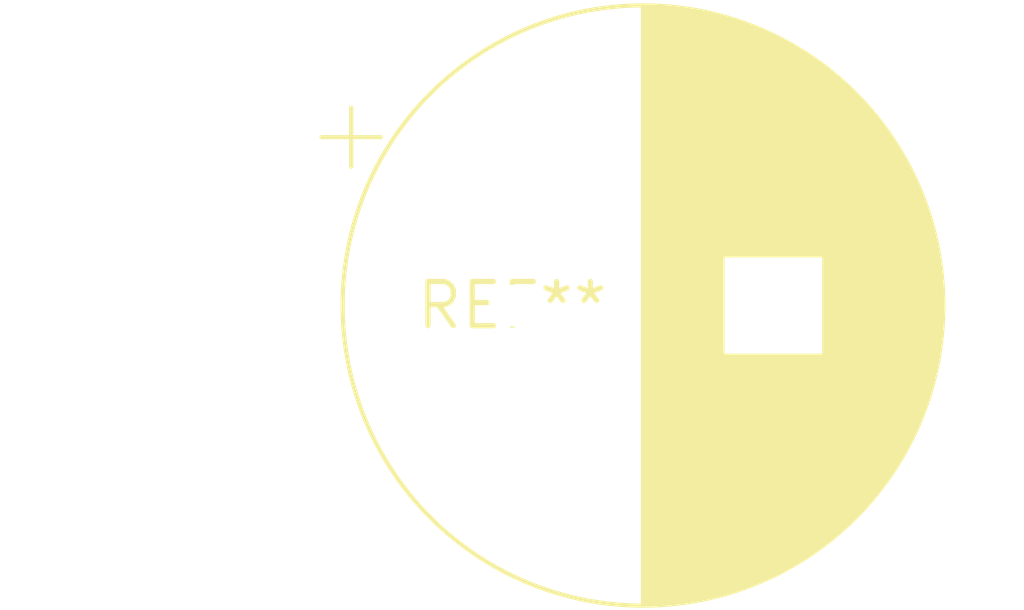
<source format=kicad_pcb>
(kicad_pcb (version 20240108) (generator pcbnew)
  (layers (0 "F.Cu" signal) (31 "B.Cu" signal) (34 "B.Paste" user) (35 "F.Paste" user) (36 "B.SilkS" user "B.Silkscreen") (37 "F.SilkS" user "F.Silkscreen") (38 "B.Mask" user) (39 "F.Mask" user) (44 "Edge.Cuts" user))
  (net 0 "")
  (footprint "CP_Radial_D17.0mm_P7.50mm" (layer "F.Cu") (at 0 0)
    (property "Reference" "REF**")
    (property "Value" "CP_Radial_D17.0mm_P7.50mm")
    (fp_line (start -5.474466 -4.835) (end -3.774466 -4.835) (layer "F.SilkS") (stroke (width 0.12)))
    (fp_line (start -4.624466 -5.685) (end -4.624466 -3.985) (layer "F.SilkS") (stroke (width 0.12)))
    (fp_line (start 3.75 -8.581) (end 3.75 8.581) (layer "F.SilkS") (stroke (width 0.12)))
    (fp_line (start 3.79 -8.58) (end 3.79 8.58) (layer "F.SilkS") (stroke (width 0.12)))
    (fp_line (start 3.83 -8.58) (end 3.83 8.58) (layer "F.SilkS") (stroke (width 0.12)))
    (fp_line (start 3.87 -8.58) (end 3.87 8.58) (layer "F.SilkS") (stroke (width 0.12)))
    (fp_line (start 3.91 -8.579) (end 3.91 8.579) (layer "F.SilkS") (stroke (width 0.12)))
    (fp_line (start 3.95 -8.578) (end 3.95 8.578) (layer "F.SilkS") (stroke (width 0.12)))
    (fp_line (start 3.99 -8.577) (end 3.99 8.577) (layer "F.SilkS") (stroke (width 0.12)))
    (fp_line (start 4.03 -8.576) (end 4.03 8.576) (layer "F.SilkS") (stroke (width 0.12)))
    (fp_line (start 4.07 -8.575) (end 4.07 8.575) (layer "F.SilkS") (stroke (width 0.12)))
    (fp_line (start 4.11 -8.573) (end 4.11 8.573) (layer "F.SilkS") (stroke (width 0.12)))
    (fp_line (start 4.15 -8.571) (end 4.15 8.571) (layer "F.SilkS") (stroke (width 0.12)))
    (fp_line (start 4.19 -8.569) (end 4.19 8.569) (layer "F.SilkS") (stroke (width 0.12)))
    (fp_line (start 4.23 -8.567) (end 4.23 8.567) (layer "F.SilkS") (stroke (width 0.12)))
    (fp_line (start 4.27 -8.565) (end 4.27 8.565) (layer "F.SilkS") (stroke (width 0.12)))
    (fp_line (start 4.31 -8.562) (end 4.31 8.562) (layer "F.SilkS") (stroke (width 0.12)))
    (fp_line (start 4.35 -8.56) (end 4.35 8.56) (layer "F.SilkS") (stroke (width 0.12)))
    (fp_line (start 4.39 -8.557) (end 4.39 8.557) (layer "F.SilkS") (stroke (width 0.12)))
    (fp_line (start 4.43 -8.554) (end 4.43 8.554) (layer "F.SilkS") (stroke (width 0.12)))
    (fp_line (start 4.471 -8.55) (end 4.471 8.55) (layer "F.SilkS") (stroke (width 0.12)))
    (fp_line (start 4.511 -8.547) (end 4.511 8.547) (layer "F.SilkS") (stroke (width 0.12)))
    (fp_line (start 4.551 -8.543) (end 4.551 8.543) (layer "F.SilkS") (stroke (width 0.12)))
    (fp_line (start 4.591 -8.539) (end 4.591 8.539) (layer "F.SilkS") (stroke (width 0.12)))
    (fp_line (start 4.631 -8.535) (end 4.631 8.535) (layer "F.SilkS") (stroke (width 0.12)))
    (fp_line (start 4.671 -8.531) (end 4.671 8.531) (layer "F.SilkS") (stroke (width 0.12)))
    (fp_line (start 4.711 -8.527) (end 4.711 8.527) (layer "F.SilkS") (stroke (width 0.12)))
    (fp_line (start 4.751 -8.522) (end 4.751 8.522) (layer "F.SilkS") (stroke (width 0.12)))
    (fp_line (start 4.791 -8.518) (end 4.791 8.518) (layer "F.SilkS") (stroke (width 0.12)))
    (fp_line (start 4.831 -8.513) (end 4.831 8.513) (layer "F.SilkS") (stroke (width 0.12)))
    (fp_line (start 4.871 -8.507) (end 4.871 8.507) (layer "F.SilkS") (stroke (width 0.12)))
    (fp_line (start 4.911 -8.502) (end 4.911 8.502) (layer "F.SilkS") (stroke (width 0.12)))
    (fp_line (start 4.951 -8.497) (end 4.951 8.497) (layer "F.SilkS") (stroke (width 0.12)))
    (fp_line (start 4.991 -8.491) (end 4.991 8.491) (layer "F.SilkS") (stroke (width 0.12)))
    (fp_line (start 5.031 -8.485) (end 5.031 8.485) (layer "F.SilkS") (stroke (width 0.12)))
    (fp_line (start 5.071 -8.479) (end 5.071 8.479) (layer "F.SilkS") (stroke (width 0.12)))
    (fp_line (start 5.111 -8.473) (end 5.111 8.473) (layer "F.SilkS") (stroke (width 0.12)))
    (fp_line (start 5.151 -8.466) (end 5.151 8.466) (layer "F.SilkS") (stroke (width 0.12)))
    (fp_line (start 5.191 -8.459) (end 5.191 8.459) (layer "F.SilkS") (stroke (width 0.12)))
    (fp_line (start 5.231 -8.452) (end 5.231 8.452) (layer "F.SilkS") (stroke (width 0.12)))
    (fp_line (start 5.271 -8.445) (end 5.271 8.445) (layer "F.SilkS") (stroke (width 0.12)))
    (fp_line (start 5.311 -8.438) (end 5.311 8.438) (layer "F.SilkS") (stroke (width 0.12)))
    (fp_line (start 5.351 -8.431) (end 5.351 8.431) (layer "F.SilkS") (stroke (width 0.12)))
    (fp_line (start 5.391 -8.423) (end 5.391 8.423) (layer "F.SilkS") (stroke (width 0.12)))
    (fp_line (start 5.431 -8.415) (end 5.431 8.415) (layer "F.SilkS") (stroke (width 0.12)))
    (fp_line (start 5.471 -8.407) (end 5.471 8.407) (layer "F.SilkS") (stroke (width 0.12)))
    (fp_line (start 5.511 -8.399) (end 5.511 8.399) (layer "F.SilkS") (stroke (width 0.12)))
    (fp_line (start 5.551 -8.39) (end 5.551 8.39) (layer "F.SilkS") (stroke (width 0.12)))
    (fp_line (start 5.591 -8.382) (end 5.591 8.382) (layer "F.SilkS") (stroke (width 0.12)))
    (fp_line (start 5.631 -8.373) (end 5.631 8.373) (layer "F.SilkS") (stroke (width 0.12)))
    (fp_line (start 5.671 -8.364) (end 5.671 8.364) (layer "F.SilkS") (stroke (width 0.12)))
    (fp_line (start 5.711 -8.355) (end 5.711 8.355) (layer "F.SilkS") (stroke (width 0.12)))
    (fp_line (start 5.751 -8.345) (end 5.751 8.345) (layer "F.SilkS") (stroke (width 0.12)))
    (fp_line (start 5.791 -8.336) (end 5.791 8.336) (layer "F.SilkS") (stroke (width 0.12)))
    (fp_line (start 5.831 -8.326) (end 5.831 8.326) (layer "F.SilkS") (stroke (width 0.12)))
    (fp_line (start 5.871 -8.316) (end 5.871 8.316) (layer "F.SilkS") (stroke (width 0.12)))
    (fp_line (start 5.911 -8.305) (end 5.911 8.305) (layer "F.SilkS") (stroke (width 0.12)))
    (fp_line (start 5.951 -8.295) (end 5.951 8.295) (layer "F.SilkS") (stroke (width 0.12)))
    (fp_line (start 5.991 -8.284) (end 5.991 8.284) (layer "F.SilkS") (stroke (width 0.12)))
    (fp_line (start 6.031 -8.274) (end 6.031 8.274) (layer "F.SilkS") (stroke (width 0.12)))
    (fp_line (start 6.071 -8.262) (end 6.071 -1.44) (layer "F.SilkS") (stroke (width 0.12)))
    (fp_line (start 6.071 1.44) (end 6.071 8.262) (layer "F.SilkS") (stroke (width 0.12)))
    (fp_line (start 6.111 -8.251) (end 6.111 -1.44) (layer "F.SilkS") (stroke (width 0.12)))
    (fp_line (start 6.111 1.44) (end 6.111 8.251) (layer "F.SilkS") (stroke (width 0.12)))
    (fp_line (start 6.151 -8.24) (end 6.151 -1.44) (layer "F.SilkS") (stroke (width 0.12)))
    (fp_line (start 6.151 1.44) (end 6.151 8.24) (layer "F.SilkS") (stroke (width 0.12)))
    (fp_line (start 6.191 -8.228) (end 6.191 -1.44) (layer "F.SilkS") (stroke (width 0.12)))
    (fp_line (start 6.191 1.44) (end 6.191 8.228) (layer "F.SilkS") (stroke (width 0.12)))
    (fp_line (start 6.231 -8.216) (end 6.231 -1.44) (layer "F.SilkS") (stroke (width 0.12)))
    (fp_line (start 6.231 1.44) (end 6.231 8.216) (layer "F.SilkS") (stroke (width 0.12)))
    (fp_line (start 6.271 -8.204) (end 6.271 -1.44) (layer "F.SilkS") (stroke (width 0.12)))
    (fp_line (start 6.271 1.44) (end 6.271 8.204) (layer "F.SilkS") (stroke (width 0.12)))
    (fp_line (start 6.311 -8.192) (end 6.311 -1.44) (layer "F.SilkS") (stroke (width 0.12)))
    (fp_line (start 6.311 1.44) (end 6.311 8.192) (layer "F.SilkS") (stroke (width 0.12)))
    (fp_line (start 6.351 -8.179) (end 6.351 -1.44) (layer "F.SilkS") (stroke (width 0.12)))
    (fp_line (start 6.351 1.44) (end 6.351 8.179) (layer "F.SilkS") (stroke (width 0.12)))
    (fp_line (start 6.391 -8.166) (end 6.391 -1.44) (layer "F.SilkS") (stroke (width 0.12)))
    (fp_line (start 6.391 1.44) (end 6.391 8.166) (layer "F.SilkS") (stroke (width 0.12)))
    (fp_line (start 6.431 -8.153) (end 6.431 -1.44) (layer "F.SilkS") (stroke (width 0.12)))
    (fp_line (start 6.431 1.44) (end 6.431 8.153) (layer "F.SilkS") (stroke (width 0.12)))
    (fp_line (start 6.471 -8.14) (end 6.471 -1.44) (layer "F.SilkS") (stroke (width 0.12)))
    (fp_line (start 6.471 1.44) (end 6.471 8.14) (layer "F.SilkS") (stroke (width 0.12)))
    (fp_line (start 6.511 -8.127) (end 6.511 -1.44) (layer "F.SilkS") (stroke (width 0.12)))
    (fp_line (start 6.511 1.44) (end 6.511 8.127) (layer "F.SilkS") (stroke (width 0.12)))
    (fp_line (start 6.551 -8.113) (end 6.551 -1.44) (layer "F.SilkS") (stroke (width 0.12)))
    (fp_line (start 6.551 1.44) (end 6.551 8.113) (layer "F.SilkS") (stroke (width 0.12)))
    (fp_line (start 6.591 -8.099) (end 6.591 -1.44) (layer "F.SilkS") (stroke (width 0.12)))
    (fp_line (start 6.591 1.44) (end 6.591 8.099) (layer "F.SilkS") (stroke (width 0.12)))
    (fp_line (start 6.631 -8.085) (end 6.631 -1.44) (layer "F.SilkS") (stroke (width 0.12)))
    (fp_line (start 6.631 1.44) (end 6.631 8.085) (layer "F.SilkS") (stroke (width 0.12)))
    (fp_line (start 6.671 -8.071) (end 6.671 -1.44) (layer "F.SilkS") (stroke (width 0.12)))
    (fp_line (start 6.671 1.44) (end 6.671 8.071) (layer "F.SilkS") (stroke (width 0.12)))
    (fp_line (start 6.711 -8.056) (end 6.711 -1.44) (layer "F.SilkS") (stroke (width 0.12)))
    (fp_line (start 6.711 1.44) (end 6.711 8.056) (layer "F.SilkS") (stroke (width 0.12)))
    (fp_line (start 6.751 -8.042) (end 6.751 -1.44) (layer "F.SilkS") (stroke (width 0.12)))
    (fp_line (start 6.751 1.44) (end 6.751 8.042) (layer "F.SilkS") (stroke (width 0.12)))
    (fp_line (start 6.791 -8.027) (end 6.791 -1.44) (layer "F.SilkS") (stroke (width 0.12)))
    (fp_line (start 6.791 1.44) (end 6.791 8.027) (layer "F.SilkS") (stroke (width 0.12)))
    (fp_line (start 6.831 -8.011) (end 6.831 -1.44) (layer "F.SilkS") (stroke (width 0.12)))
    (fp_line (start 6.831 1.44) (end 6.831 8.011) (layer "F.SilkS") (stroke (width 0.12)))
    (fp_line (start 6.871 -7.996) (end 6.871 -1.44) (layer "F.SilkS") (stroke (width 0.12)))
    (fp_line (start 6.871 1.44) (end 6.871 7.996) (layer "F.SilkS") (stroke (width 0.12)))
    (fp_line (start 6.911 -7.98) (end 6.911 -1.44) (layer "F.SilkS") (stroke (width 0.12)))
    (fp_line (start 6.911 1.44) (end 6.911 7.98) (layer "F.SilkS") (stroke (width 0.12)))
    (fp_line (start 6.951 -7.965) (end 6.951 -1.44) (layer "F.SilkS") (stroke (width 0.12)))
    (fp_line (start 6.951 1.44) (end 6.951 7.965) (layer "F.SilkS") (stroke (width 0.12)))
    (fp_line (start 6.991 -7.948) (end 6.991 -1.44) (layer "F.SilkS") (stroke (width 0.12)))
    (fp_line (start 6.991 1.44) (end 6.991 7.948) (layer "F.SilkS") (stroke (width 0.12)))
    (fp_line (start 7.031 -7.932) (end 7.031 -1.44) (layer "F.SilkS") (stroke (width 0.12)))
    (fp_line (start 7.031 1.44) (end 7.031 7.932) (layer "F.SilkS") (stroke (width 0.12)))
    (fp_line (start 7.071 -7.915) (end 7.071 -1.44) (layer "F.SilkS") (stroke (width 0.12)))
    (fp_line (start 7.071 1.44) (end 7.071 7.915) (layer "F.SilkS") (stroke (width 0.12)))
    (fp_line (start 7.111 -7.899) (end 7.111 -1.44) (layer "F.SilkS") (stroke (width 0.12)))
    (fp_line (start 7.111 1.44) (end 7.111 7.899) (layer "F.SilkS") (stroke (width 0.12)))
    (fp_line (start 7.151 -7.882) (end 7.151 -1.44) (layer "F.SilkS") (stroke (width 0.12)))
    (fp_line (start 7.151 1.44) (end 7.151 7.882) (layer "F.SilkS") (stroke (width 0.12)))
    (fp_line (start 7.191 -7.864) (end 7.191 -1.44) (layer "F.SilkS") (stroke (width 0.12)))
    (fp_line (start 7.191 1.44) (end 7.191 7.864) (layer "F.SilkS") (stroke (width 0.12)))
    (fp_line (start 7.231 -7.847) (end 7.231 -1.44) (layer "F.SilkS") (stroke (width 0.12)))
    (fp_line (start 7.231 1.44) (end 7.231 7.847) (layer "F.SilkS") (stroke (width 0.12)))
    (fp_line (start 7.271 -7.829) (end 7.271 -1.44) (layer "F.SilkS") (stroke (width 0.12)))
    (fp_line (start 7.271 1.44) (end 7.271 7.829) (layer "F.SilkS") (stroke (width 0.12)))
    (fp_line (start 7.311 -7.811) (end 7.311 -1.44) (layer "F.SilkS") (stroke (width 0.12)))
    (fp_line (start 7.311 1.44) (end 7.311 7.811) (layer "F.SilkS") (stroke (width 0.12)))
    (fp_line (start 7.351 -7.793) (end 7.351 -1.44) (layer "F.SilkS") (stroke (width 0.12)))
    (fp_line (start 7.351 1.44) (end 7.351 7.793) (layer "F.SilkS") (stroke (width 0.12)))
    (fp_line (start 7.391 -7.774) (end 7.391 -1.44) (layer "F.SilkS") (stroke (width 0.12)))
    (fp_line (start 7.391 1.44) (end 7.391 7.774) (layer "F.SilkS") (stroke (width 0.12)))
    (fp_line (start 7.431 -7.755) (end 7.431 -1.44) (layer "F.SilkS") (stroke (width 0.12)))
    (fp_line (start 7.431 1.44) (end 7.431 7.755) (layer "F.SilkS") (stroke (width 0.12)))
    (fp_line (start 7.471 -7.736) (end 7.471 -1.44) (layer "F.SilkS") (stroke (width 0.12)))
    (fp_line (start 7.471 1.44) (end 7.471 7.736) (layer "F.SilkS") (stroke (width 0.12)))
    (fp_line (start 7.511 -7.717) (end 7.511 -1.44) (layer "F.SilkS") (stroke (width 0.12)))
    (fp_line (start 7.511 1.44) (end 7.511 7.717) (layer "F.SilkS") (stroke (width 0.12)))
    (fp_line (start 7.551 -7.698) (end 7.551 -1.44) (layer "F.SilkS") (stroke (width 0.12)))
    (fp_line (start 7.551 1.44) (end 7.551 7.698) (layer "F.SilkS") (stroke (width 0.12)))
    (fp_line (start 7.591 -7.678) (end 7.591 -1.44) (layer "F.SilkS") (stroke (width 0.12)))
    (fp_line (start 7.591 1.44) (end 7.591 7.678) (layer "F.SilkS") (stroke (width 0.12)))
    (fp_line (start 7.631 -7.658) (end 7.631 -1.44) (layer "F.SilkS") (stroke (width 0.12)))
    (fp_line (start 7.631 1.44) (end 7.631 7.658) (layer "F.SilkS") (stroke (width 0.12)))
    (fp_line (start 7.671 -7.638) (end 7.671 -1.44) (layer "F.SilkS") (stroke (width 0.12)))
    (fp_line (start 7.671 1.44) (end 7.671 7.638) (layer "F.SilkS") (stroke (width 0.12)))
    (fp_line (start 7.711 -7.617) (end 7.711 -1.44) (layer "F.SilkS") (stroke (width 0.12)))
    (fp_line (start 7.711 1.44) (end 7.711 7.617) (layer "F.SilkS") (stroke (width 0.12)))
    (fp_line (start 7.751 -7.596) (end 7.751 -1.44) (layer "F.SilkS") (stroke (width 0.12)))
    (fp_line (start 7.751 1.44) (end 7.751 7.596) (layer "F.SilkS") (stroke (width 0.12)))
    (fp_line (start 7.791 -7.575) (end 7.791 -1.44) (layer "F.SilkS") (stroke (width 0.12)))
    (fp_line (start 7.791 1.44) (end 7.791 7.575) (layer "F.SilkS") (stroke (width 0.12)))
    (fp_line (start 7.831 -7.554) (end 7.831 -1.44) (layer "F.SilkS") (stroke (width 0.12)))
    (fp_line (start 7.831 1.44) (end 7.831 7.554) (layer "F.SilkS") (stroke (width 0.12)))
    (fp_line (start 7.871 -7.532) (end 7.871 -1.44) (layer "F.SilkS") (stroke (width 0.12)))
    (fp_line (start 7.871 1.44) (end 7.871 7.532) (layer "F.SilkS") (stroke (width 0.12)))
    (fp_line (start 7.911 -7.51) (end 7.911 -1.44) (layer "F.SilkS") (stroke (width 0.12)))
    (fp_line (start 7.911 1.44) (end 7.911 7.51) (layer "F.SilkS") (stroke (width 0.12)))
    (fp_line (start 7.951 -7.488) (end 7.951 -1.44) (layer "F.SilkS") (stroke (width 0.12)))
    (fp_line (start 7.951 1.44) (end 7.951 7.488) (layer "F.SilkS") (stroke (width 0.12)))
    (fp_line (start 7.991 -7.466) (end 7.991 -1.44) (layer "F.SilkS") (stroke (width 0.12)))
    (fp_line (start 7.991 1.44) (end 7.991 7.466) (layer "F.SilkS") (stroke (width 0.12)))
    (fp_line (start 8.031 -7.443) (end 8.031 -1.44) (layer "F.SilkS") (stroke (width 0.12)))
    (fp_line (start 8.031 1.44) (end 8.031 7.443) (layer "F.SilkS") (stroke (width 0.12)))
    (fp_line (start 8.071 -7.42) (end 8.071 -1.44) (layer "F.SilkS") (stroke (width 0.12)))
    (fp_line (start 8.071 1.44) (end 8.071 7.42) (layer "F.SilkS") (stroke (width 0.12)))
    (fp_line (start 8.111 -7.397) (end 8.111 -1.44) (layer "F.SilkS") (stroke (width 0.12)))
    (fp_line (start 8.111 1.44) (end 8.111 7.397) (layer "F.SilkS") (stroke (width 0.12)))
    (fp_line (start 8.151 -7.373) (end 8.151 -1.44) (layer "F.SilkS") (stroke (width 0.12)))
    (fp_line (start 8.151 1.44) (end 8.151 7.373) (layer "F.SilkS") (stroke (width 0.12)))
    (fp_line (start 8.191 -7.349) (end 8.191 -1.44) (layer "F.SilkS") (stroke (width 0.12)))
    (fp_line (start 8.191 1.44) (end 8.191 7.349) (layer "F.SilkS") (stroke (width 0.12)))
    (fp_line (start 8.231 -7.325) (end 8.231 -1.44) (layer "F.SilkS") (stroke (width 0.12)))
    (fp_line (start 8.231 1.44) (end 8.231 7.325) (layer "F.SilkS") (stroke (width 0.12)))
    (fp_line (start 8.271 -7.3) (end 8.271 -1.44) (layer "F.SilkS") (stroke (width 0.12)))
    (fp_line (start 8.271 1.44) (end 8.271 7.3) (layer "F.SilkS") (stroke (width 0.12)))
    (fp_line (start 8.311 -7.276) (end 8.311 -1.44) (layer "F.SilkS") (stroke (width 0.12)))
    (fp_line (start 8.311 1.44) (end 8.311 7.276) (layer "F.SilkS") (stroke (width 0.12)))
    (fp_line (start 8.351 -7.251) (end 8.351 -1.44) (layer "F.SilkS") (stroke (width 0.12)))
    (fp_line (start 8.351 1.44) (end 8.351 7.251) (layer "F.SilkS") (stroke (width 0.12)))
    (fp_line (start 8.391 -7.225) (end 8.391 -1.44) (layer "F.SilkS") (stroke (width 0.12)))
    (fp_line (start 8.391 1.44) (end 8.391 7.225) (layer "F.SilkS") (stroke (width 0.12)))
    (fp_line (start 8.431 -7.199) (end 8.431 -1.44) (layer "F.SilkS") (stroke (width 0.12)))
    (fp_line (start 8.431 1.44) (end 8.431 7.199) (layer "F.SilkS") (stroke (width 0.12)))
    (fp_line (start 8.471 -7.173) (end 8.471 -1.44) (layer "F.SilkS") (stroke (width 0.12)))
    (fp_line (start 8.471 1.44) (end 8.471 7.173) (layer "F.SilkS") (stroke (width 0.12)))
    (fp_line (start 8.511 -7.147) (end 8.511 -1.44) (layer "F.SilkS") (stroke (width 0.12)))
    (fp_line (start 8.511 1.44) (end 8.511 7.147) (layer "F.SilkS") (stroke (width 0.12)))
    (fp_line (start 8.551 -7.12) (end 8.551 -1.44) (layer "F.SilkS") (stroke (width 0.12)))
    (fp_line (start 8.551 1.44) (end 8.551 7.12) (layer "F.SilkS") (stroke (width 0.12)))
    (fp_line (start 8.591 -7.093) (end 8.591 -1.44) (layer "F.SilkS") (stroke (width 0.12)))
    (fp_line (start 8.591 1.44) (end 8.591 7.093) (layer "F.SilkS") (stroke (width 0.12)))
    (fp_line (start 8.631 -7.066) (end 8.631 -1.44) (layer "F.SilkS") (stroke (width 0.12)))
    (fp_line (start 8.631 1.44) (end 8.631 7.066) (layer "F.SilkS") (stroke (width 0.12)))
    (fp_line (start 8.671 -7.038) (end 8.671 -1.44) (layer "F.SilkS") (stroke (width 0.12)))
    (fp_line (start 8.671 1.44) (end 8.671 7.038) (layer "F.SilkS") (stroke (width 0.12)))
    (fp_line (start 8.711 -7.011) (end 8.711 -1.44) (layer "F.SilkS") (stroke (width 0.12)))
    (fp_line (start 8.711 1.44) (end 8.711 7.011) (layer "F.SilkS") (stroke (width 0.12)))
    (fp_line (start 8.751 -6.982) (end 8.751 -1.44) (layer "F.SilkS") (stroke (width 0.12)))
    (fp_line (start 8.751 1.44) (end 8.751 6.982) (layer "F.SilkS") (stroke (width 0.12)))
    (fp_line (start 8.791 -6.954) (end 8.791 -1.44) (layer "F.SilkS") (stroke (width 0.12)))
    (fp_line (start 8.791 1.44) (end 8.791 6.954) (layer "F.SilkS") (stroke (width 0.12)))
    (fp_line (start 8.831 -6.925) (end 8.831 -1.44) (layer "F.SilkS") (stroke (width 0.12)))
    (fp_line (start 8.831 1.44) (end 8.831 6.925) (layer "F.SilkS") (stroke (width 0.12)))
    (fp_line (start 8.871 -6.895) (end 8.871 -1.44) (layer "F.SilkS") (stroke (width 0.12)))
    (fp_line (start 8.871 1.44) (end 8.871 6.895) (layer "F.SilkS") (stroke (width 0.12)))
    (fp_line (start 8.911 -6.865) (end 8.911 -1.44) (layer "F.SilkS") (stroke (width 0.12)))
    (fp_line (start 8.911 1.44) (end 8.911 6.865) (layer "F.SilkS") (stroke (width 0.12)))
    (fp_line (start 8.951 -6.835) (end 8.951 6.835) (layer "F.SilkS") (stroke (width 0.12)))
    (fp_line (start 8.991 -6.805) (end 8.991 6.805) (layer "F.SilkS") (stroke (width 0.12)))
    (fp_line (start 9.031 -6.774) (end 9.031 6.774) (layer "F.SilkS") (stroke (width 0.12)))
    (fp_line (start 9.071 -6.743) (end 9.071 6.743) (layer "F.SilkS") (stroke (width 0.12)))
    (fp_line (start 9.111 -6.711) (end 9.111 6.711) (layer "F.SilkS") (stroke (width 0.12)))
    (fp_line (start 9.151 -6.679) (end 9.151 6.679) (layer "F.SilkS") (stroke (width 0.12)))
    (fp_line (start 9.191 -6.647) (end 9.191 6.647) (layer "F.SilkS") (stroke (width 0.12)))
    (fp_line (start 9.231 -6.614) (end 9.231 6.614) (layer "F.SilkS") (stroke (width 0.12)))
    (fp_line (start 9.271 -6.581) (end 9.271 6.581) (layer "F.SilkS") (stroke (width 0.12)))
    (fp_line (start 9.311 -6.548) (end 9.311 6.548) (layer "F.SilkS") (stroke (width 0.12)))
    (fp_line (start 9.351 -6.514) (end 9.351 6.514) (layer "F.SilkS") (stroke (width 0.12)))
    (fp_line (start 9.391 -6.479) (end 9.391 6.479) (layer "F.SilkS") (stroke (width 0.12)))
    (fp_line (start 9.431 -6.444) (end 9.431 6.444) (layer "F.SilkS") (stroke (width 0.12)))
    (fp_line (start 9.471 -6.409) (end 9.471 6.409) (layer "F.SilkS") (stroke (width 0.12)))
    (fp_line (start 9.511 -6.374) (end 9.511 6.374) (layer "F.SilkS") (stroke (width 0.12)))
    (fp_line (start 9.551 -6.337) (end 9.551 6.337) (layer "F.SilkS") (stroke (width 0.12)))
    (fp_line (start 9.591 -6.301) (end 9.591 6.301) (layer "F.SilkS") (stroke (width 0.12)))
    (fp_line (start 9.631 -6.264) (end 9.631 6.264) (layer "F.SilkS") (stroke (width 0.12)))
    (fp_line (start 9.671 -6.226) (end 9.671 6.226) (layer "F.SilkS") (stroke (width 0.12)))
    (fp_line (start 9.711 -6.188) (end 9.711 6.188) (layer "F.SilkS") (stroke (width 0.12)))
    (fp_line (start 9.751 -6.15) (end 9.751 6.15) (layer "F.SilkS") (stroke (width 0.12)))
    (fp_line (start 9.791 -6.111) (end 9.791 6.111) (layer "F.SilkS") (stroke (width 0.12)))
    (fp_line (start 9.831 -6.071) (end 9.831 6.071) (layer "F.SilkS") (stroke (width 0.12)))
    (fp_line (start 9.871 -6.031) (end 9.871 6.031) (layer "F.SilkS") (stroke (width 0.12)))
    (fp_line (start 9.911 -5.99) (end 9.911 5.99) (layer "F.SilkS") (stroke (width 0.12)))
    (fp_line (start 9.951 -5.949) (end 9.951 5.949) (layer "F.SilkS") (stroke (width 0.12)))
    (fp_line (start 9.991 -5.907) (end 9.991 5.907) (layer "F.SilkS") (stroke (width 0.12)))
    (fp_line (start 10.031 -5.865) (end 10.031 5.865) (layer "F.SilkS") (stroke (width 0.12)))
    (fp_line (start 10.071 -5.822) (end 10.071 5.822) (layer "F.SilkS") (stroke (width 0.12)))
    (fp_line (start 10.111 -5.779) (end 10.111 5.779) (layer "F.SilkS") (stroke (width 0.12)))
    (fp_line (start 10.151 -5.735) (end 10.151 5.735) (layer "F.SilkS") (stroke (width 0.12)))
    (fp_line (start 10.191 -5.69) (end 10.191 5.69) (layer "F.SilkS") (stroke (width 0.12)))
    (fp_line (start 10.231 -5.645) (end 10.231 5.645) (layer "F.SilkS") (stroke (width 0.12)))
    (fp_line (start 10.271 -5.599) (end 10.271 5.599) (layer "F.SilkS") (stroke (width 0.12)))
    (fp_line (start 10.311 -5.553) (end 10.311 5.553) (layer "F.SilkS") (stroke (width 0.12)))
    (fp_line (start 10.351 -5.505) (end 10.351 5.505) (layer "F.SilkS") (stroke (width 0.12)))
    (fp_line (start 10.391 -5.457) (end 10.391 5.457) (layer "F.SilkS") (stroke (width 0.12)))
    (fp_line (start 10.431 -5.409) (end 10.431 5.409) (layer "F.SilkS") (stroke (width 0.12)))
    (fp_line (start 10.471 -5.359) (end 10.471 5.359) (layer "F.SilkS") (stroke (width 0.12)))
    (fp_line (start 10.511 -5.309) (end 10.511 5.309) (layer "F.SilkS") (stroke (width 0.12)))
    (fp_line (start 10.551 -5.258) (end 10.551 5.258) (layer "F.SilkS") (stroke (width 0.12)))
    (fp_line (start 10.591 -5.206) (end 10.591 5.206) (layer "F.SilkS") (stroke (width 0.12)))
    (fp_line (start 10.631 -5.154) (end 10.631 5.154) (layer "F.SilkS") (stroke (width 0.12)))
    (fp_line (start 10.671 -5.1) (end 10.671 5.1) (layer "F.SilkS") (stroke (width 0.12)))
    (fp_line (start 10.711 -5.046) (end 10.711 5.046) (layer "F.SilkS") (stroke (width 0.12)))
    (fp_line (start 10.751 -4.991) (end 10.751 4.991) (layer "F.SilkS") (stroke (width 0.12)))
    (fp_line (start 10.791 -4.935) (end 10.791 4.935) (layer "F.SilkS") (stroke (width 0.12)))
    (fp_line (start 10.831 -4.878) (end 10.831 4.878) (layer "F.SilkS") (stroke (width 0.12)))
    (fp_line (start 10.871 -4.82) (end 10.871 4.82) (layer "F.SilkS") (stroke (width 0.12)))
    (fp_line (start 10.911 -4.76) (end 10.911 4.76) (layer "F.SilkS") (stroke (width 0.12)))
    (fp_line (start 10.951 -4.7) (end 10.951 4.7) (layer "F.SilkS") (stroke (width 0.12)))
    (fp_line (start 10.991 -4.639) (end 10.991 4.639) (layer "F.SilkS") (stroke (width 0.12)))
    (fp_line (start 11.031 -4.576) (end 11.031 4.576) (layer "F.SilkS") (stroke (width 0.12)))
    (fp_line (start 11.071 -4.513) (end 11.071 4.513) (layer "F.SilkS") (stroke (width 0.12)))
    (fp_line (start 11.111 -4.448) (end 11.111 4.448) (layer "F.SilkS") (stroke (width 0.12)))
    (fp_line (start 11.151 -4.381) (end 11.151 4.381) (layer "F.SilkS") (stroke (width 0.12)))
    (fp_line (start 11.191 -4.314) (end 11.191 4.314) (layer "F.SilkS") (stroke (width 0.12)))
    (fp_line (start 11.231 -4.245) (end 11.231 4.245) (layer "F.SilkS") (stroke (width 0.12)))
    (fp_line (start 11.271 -4.174) (end 11.271 4.174) (layer "F.SilkS") (stroke (width 0.12)))
    (fp_line (start 11.311 -4.102) (end 11.311 4.102) (layer "F.SilkS") (stroke (width 0.12)))
    (fp_line (start 11.351 -4.028) (end 11.351 4.028) (layer "F.SilkS") (stroke (width 0.12)))
    (fp_line (start 11.391 -3.952) (end 11.391 3.952) (layer "F.SilkS") (stroke (width 0.12)))
    (fp_line (start 11.431 -3.875) (end 11.431 3.875) (layer "F.SilkS") (stroke (width 0.12)))
    (fp_line (start 11.471 -3.795) (end 11.471 3.795) (layer "F.SilkS") (stroke (width 0.12)))
    (fp_line (start 11.511 -3.714) (end 11.511 3.714) (layer "F.SilkS") (stroke (width 0.12)))
    (fp_line (start 11.551 -3.63) (end 11.551 3.63) (layer "F.SilkS") (stroke (width 0.12)))
    (fp_line (start 11.591 -3.544) (end 11.591 3.544) (layer "F.SilkS") (stroke (width 0.12)))
    (fp_line (start 11.631 -3.455) (end 11.631 3.455) (layer "F.SilkS") (stroke (width 0.12)))
    (fp_line (start 11.671 -3.363) (end 11.671 3.363) (layer "F.SilkS") (stroke (width 0.12)))
    (fp_line (start 11.711 -3.268) (end 11.711 3.268) (layer "F.SilkS") (stroke (width 0.12)))
    (fp_line (start 11.751 -3.171) (end 11.751 3.171) (layer "F.SilkS") (stroke (width 0.12)))
    (fp_line (start 11.791 -3.069) (end 11.791 3.069) (layer "F.SilkS") (stroke (width 0.12)))
    (fp_line (start 11.831 -2.963) (end 11.831 2.963) (layer "F.SilkS") (stroke (width 0.12)))
    (fp_line (start 11.871 -2.854) (end 11.871 2.854) (layer "F.SilkS") (stroke (width 0.12)))
    (fp_line (start 11.911 -2.739) (end 11.911 2.739) (layer "F.SilkS") (stroke (width 0.12)))
    (fp_line (start 11.95 -2.618) (end 11.95 2.618) (layer "F.SilkS") (stroke (width 0.12)))
    (fp_line (start 11.99 -2.492) (end 11.99 2.492) (layer "F.SilkS") (stroke (width 0.12)))
    (fp_line (start 12.03 -2.358) (end 12.03 2.358) (layer "F.SilkS") (stroke (width 0.12)))
    (fp_line (start 12.07 -2.215) (end 12.07 2.215) (layer "F.SilkS") (stroke (width 0.12)))
    (fp_line (start 12.11 -2.062) (end 12.11 2.062) (layer "F.SilkS") (stroke (width 0.12)))
    (fp_line (start 12.15 -1.896) (end 12.15 1.896) (layer "F.SilkS") (stroke (width 0.12)))
    (fp_line (start 12.19 -1.713) (end 12.19 1.713) (layer "F.SilkS") (stroke (width 0.12)))
    (fp_line (start 12.23 -1.508) (end 12.23 1.508) (layer "F.SilkS") (stroke (width 0.12)))
    (fp_line (start 12.27 -1.27) (end 12.27 1.27) (layer "F.SilkS") (stroke (width 0.12)))
    (fp_line (start 12.31 -0.976) (end 12.31 0.976) (layer "F.SilkS") (stroke (width 0.12)))
    (fp_line (start 12.35 -0.547) (end 12.35 0.547) (layer "F.SilkS") (stroke (width 0.12)))
    (fp_circle (center 3.75 0) (end 12.37 0) (layer "F.SilkS") (stroke (width 0.12)) (fill none))
    (pad "1" thru_hole rect (at 0 0) (size 2.4 2.4) (drill 1.2) (layers *.Cu *.Mask) (remove_unused_layers))
    (pad "2" thru_hole circle (at 7.5 0) (size 2.4 2.4) (drill 1.2) (layers *.Cu *.Mask) (remove_unused_layers))
  )
)
</source>
